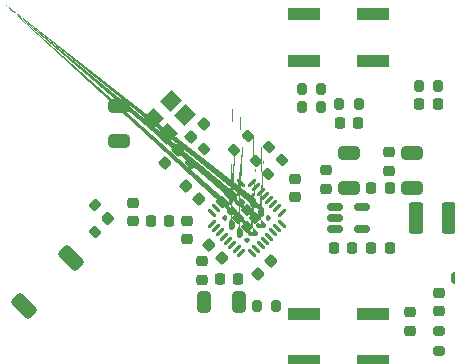
<source format=gbr>
%TF.GenerationSoftware,KiCad,Pcbnew,(6.0.9)*%
%TF.CreationDate,2023-01-31T22:53:35+08:00*%
%TF.ProjectId,ESP32C3_RF_Test,45535033-3243-4335-9f52-465f54657374,rev?*%
%TF.SameCoordinates,Original*%
%TF.FileFunction,Paste,Top*%
%TF.FilePolarity,Positive*%
%FSLAX46Y46*%
G04 Gerber Fmt 4.6, Leading zero omitted, Abs format (unit mm)*
G04 Created by KiCad (PCBNEW (6.0.9)) date 2023-01-31 22:53:35*
%MOMM*%
%LPD*%
G01*
G04 APERTURE LIST*
G04 Aperture macros list*
%AMRoundRect*
0 Rectangle with rounded corners*
0 $1 Rounding radius*
0 $2 $3 $4 $5 $6 $7 $8 $9 X,Y pos of 4 corners*
0 Add a 4 corners polygon primitive as box body*
4,1,4,$2,$3,$4,$5,$6,$7,$8,$9,$2,$3,0*
0 Add four circle primitives for the rounded corners*
1,1,$1+$1,$2,$3*
1,1,$1+$1,$4,$5*
1,1,$1+$1,$6,$7*
1,1,$1+$1,$8,$9*
0 Add four rect primitives between the rounded corners*
20,1,$1+$1,$2,$3,$4,$5,0*
20,1,$1+$1,$4,$5,$6,$7,0*
20,1,$1+$1,$6,$7,$8,$9,0*
20,1,$1+$1,$8,$9,$2,$3,0*%
%AMRotRect*
0 Rectangle, with rotation*
0 The origin of the aperture is its center*
0 $1 length*
0 $2 width*
0 $3 Rotation angle, in degrees counterclockwise*
0 Add horizontal line*
21,1,$1,$2,0,0,$3*%
%AMFreePoly0*
4,1,48,0.127555,0.216286,0.145112,0.216286,0.159315,0.205966,0.176016,0.200540,0.186336,0.186336,0.200540,0.176016,0.205966,0.159315,0.216286,0.145112,0.216286,0.127555,0.221712,0.110856,0.221712,-0.110856,0.216286,-0.127555,0.216286,-0.145112,0.205966,-0.159315,0.200540,-0.176016,0.186336,-0.186336,0.176016,-0.200540,0.159315,-0.205966,0.145112,-0.216286,0.127555,-0.216286,
0.110856,-0.221712,0.000473,-0.221713,-0.008034,-0.218949,-0.016868,-0.220346,-0.039997,-0.208562,-0.064687,-0.200540,-0.069943,-0.193304,-0.077915,-0.189243,-0.189243,-0.077915,-0.193304,-0.069943,-0.200540,-0.064687,-0.208562,-0.039997,-0.220346,-0.016868,-0.218949,-0.008034,-0.221713,0.000473,-0.221712,0.110856,-0.216286,0.127555,-0.216286,0.145112,-0.205966,0.159315,-0.200540,0.176016,
-0.186336,0.186336,-0.176016,0.200540,-0.159315,0.205966,-0.145112,0.216286,-0.127555,0.216286,-0.110856,0.221712,0.110856,0.221712,0.127555,0.216286,0.127555,0.216286,$1*%
%AMFreePoly1*
4,1,48,0.008034,0.218949,0.016868,0.220346,0.039997,0.208562,0.064687,0.200540,0.069943,0.193304,0.077915,0.189243,0.189243,0.077915,0.193304,0.069943,0.200540,0.064687,0.208562,0.039997,0.220346,0.016868,0.218949,0.008034,0.221713,-0.000473,0.221712,-0.110856,0.216286,-0.127555,0.216286,-0.145112,0.205966,-0.159315,0.200540,-0.176016,0.186336,-0.186336,0.176016,-0.200540,
0.159315,-0.205966,0.145112,-0.216286,0.127555,-0.216286,0.110856,-0.221712,-0.110856,-0.221712,-0.127555,-0.216286,-0.145112,-0.216286,-0.159315,-0.205966,-0.176016,-0.200540,-0.186336,-0.186336,-0.200540,-0.176016,-0.205966,-0.159315,-0.216286,-0.145112,-0.216286,-0.127555,-0.221712,-0.110856,-0.221712,0.110856,-0.216286,0.127555,-0.216286,0.145112,-0.205966,0.159315,-0.200540,0.176016,
-0.186336,0.186336,-0.176016,0.200540,-0.159315,0.205966,-0.145112,0.216286,-0.127555,0.216286,-0.110856,0.221712,-0.000473,0.221713,0.008034,0.218949,0.008034,0.218949,$1*%
%AMFreePoly2*
4,1,51,0.057386,0.400774,0.064862,0.401958,0.084435,0.391985,0.105327,0.385197,0.109776,0.379074,0.116521,0.375637,0.194237,0.297921,0.197672,0.291177,0.203796,0.286728,0.210584,0.265835,0.220557,0.246263,0.219373,0.238787,0.221713,0.231588,0.221713,-0.231588,0.219373,-0.238787,0.220557,-0.246263,0.210584,-0.265835,0.203796,-0.286728,0.197672,-0.291177,0.194237,-0.297921,
0.116521,-0.375637,0.109776,-0.379074,0.105327,-0.385197,0.084435,-0.391985,0.064862,-0.401958,0.057386,-0.400774,0.050188,-0.403113,-0.127901,-0.403113,-0.142032,-0.398522,-0.156891,-0.398522,-0.168912,-0.389788,-0.183042,-0.385197,-0.191776,-0.373177,-0.203796,-0.364444,-0.208387,-0.350313,-0.217121,-0.338292,-0.217121,-0.323433,-0.221712,-0.309303,-0.221712,0.309303,-0.217121,0.323433,
-0.217121,0.338292,-0.208387,0.350313,-0.203796,0.364444,-0.191776,0.373177,-0.183042,0.385197,-0.168912,0.389788,-0.156891,0.398522,-0.142032,0.398522,-0.127901,0.403113,0.050188,0.403113,0.057386,0.400774,0.057386,0.400774,$1*%
%AMFreePoly3*
4,1,51,0.323433,0.217121,0.338292,0.217121,0.350313,0.208387,0.364444,0.203796,0.373177,0.191776,0.385197,0.183042,0.389788,0.168912,0.398522,0.156891,0.398522,0.142032,0.403113,0.127901,0.403113,-0.050188,0.400774,-0.057386,0.401958,-0.064862,0.391985,-0.084434,0.385197,-0.105327,0.379073,-0.109775,0.375637,-0.116521,0.297922,-0.194236,0.291177,-0.197673,0.286728,-0.203796,
0.265836,-0.210584,0.246263,-0.220557,0.238787,-0.219373,0.231588,-0.221713,-0.231588,-0.221713,-0.238787,-0.219373,-0.246263,-0.220557,-0.265835,-0.210584,-0.286728,-0.203796,-0.291177,-0.197672,-0.297921,-0.194237,-0.375637,-0.116521,-0.379074,-0.109776,-0.385197,-0.105327,-0.391985,-0.084435,-0.401958,-0.064862,-0.400774,-0.057386,-0.403113,-0.050188,-0.403113,0.127901,-0.398522,0.142032,
-0.398522,0.156891,-0.389788,0.168912,-0.385197,0.183042,-0.373177,0.191776,-0.364444,0.203796,-0.350313,0.208387,-0.338292,0.217121,-0.323433,0.217121,-0.309303,0.221712,0.309303,0.221712,0.323433,0.217121,0.323433,0.217121,$1*%
%AMFreePoly4*
4,1,48,0.127555,0.216286,0.145112,0.216286,0.159315,0.205966,0.176016,0.200540,0.186336,0.186336,0.200540,0.176016,0.205966,0.159315,0.216286,0.145112,0.216286,0.127555,0.221712,0.110856,0.221712,-0.110856,0.216286,-0.127555,0.216286,-0.145112,0.205966,-0.159315,0.200540,-0.176016,0.186336,-0.186336,0.176016,-0.200540,0.159315,-0.205966,0.145112,-0.216286,0.127555,-0.216286,
0.110856,-0.221712,-0.110856,-0.221712,-0.127555,-0.216286,-0.145112,-0.216286,-0.159315,-0.205966,-0.176016,-0.200540,-0.186336,-0.186336,-0.200540,-0.176016,-0.205966,-0.159315,-0.216286,-0.145112,-0.216286,-0.127555,-0.221712,-0.110856,-0.221713,-0.000473,-0.218949,0.008034,-0.220346,0.016868,-0.208562,0.039997,-0.200540,0.064687,-0.193304,0.069943,-0.189243,0.077915,-0.077915,0.189243,
-0.069943,0.193304,-0.064687,0.200540,-0.039997,0.208562,-0.016868,0.220346,-0.008034,0.218949,0.000473,0.221713,0.110856,0.221712,0.127555,0.216286,0.127555,0.216286,$1*%
%AMFreePoly5*
4,1,51,0.142032,0.398522,0.156891,0.398522,0.168912,0.389788,0.183042,0.385197,0.191776,0.373177,0.203796,0.364444,0.208387,0.350313,0.217121,0.338292,0.217121,0.323433,0.221712,0.309303,0.221712,-0.309303,0.217121,-0.323433,0.217121,-0.338292,0.208387,-0.350313,0.203796,-0.364444,0.191776,-0.373177,0.183042,-0.385197,0.168912,-0.389788,0.156891,-0.398522,0.142032,-0.398522,
0.127901,-0.403113,-0.050188,-0.403113,-0.057386,-0.400774,-0.064862,-0.401958,-0.084434,-0.391985,-0.105327,-0.385197,-0.109775,-0.379073,-0.116521,-0.375637,-0.194236,-0.297922,-0.197673,-0.291177,-0.203796,-0.286728,-0.210584,-0.265836,-0.220557,-0.246263,-0.219373,-0.238787,-0.221713,-0.231588,-0.221713,0.231588,-0.219373,0.238787,-0.220557,0.246263,-0.210584,0.265836,-0.203796,0.286728,
-0.197673,0.291177,-0.194236,0.297922,-0.116521,0.375637,-0.109775,0.379073,-0.105327,0.385197,-0.084434,0.391985,-0.064862,0.401958,-0.057386,0.400774,-0.050188,0.403113,0.127901,0.403113,0.142032,0.398522,0.142032,0.398522,$1*%
%AMFreePoly6*
4,1,48,0.127555,0.216286,0.145112,0.216286,0.159315,0.205966,0.176016,0.200540,0.186336,0.186336,0.200540,0.176016,0.205966,0.159315,0.216286,0.145112,0.216286,0.127555,0.221712,0.110856,0.221713,0.000473,0.218949,-0.008034,0.220346,-0.016868,0.208562,-0.039997,0.200540,-0.064687,0.193304,-0.069943,0.189243,-0.077915,0.077915,-0.189243,0.069943,-0.193304,0.064687,-0.200540,
0.039997,-0.208562,0.016868,-0.220346,0.008034,-0.218949,-0.000473,-0.221713,-0.110856,-0.221712,-0.127555,-0.216286,-0.145112,-0.216286,-0.159315,-0.205966,-0.176016,-0.200540,-0.186336,-0.186336,-0.200540,-0.176016,-0.205966,-0.159315,-0.216286,-0.145112,-0.216286,-0.127555,-0.221712,-0.110856,-0.221712,0.110856,-0.216286,0.127555,-0.216286,0.145112,-0.205966,0.159315,-0.200540,0.176016,
-0.186336,0.186336,-0.176016,0.200540,-0.159315,0.205966,-0.145112,0.216286,-0.127555,0.216286,-0.110856,0.221712,0.110856,0.221712,0.127555,0.216286,0.127555,0.216286,$1*%
%AMFreePoly7*
4,1,51,0.238787,0.219373,0.246263,0.220557,0.265836,0.210584,0.286728,0.203796,0.291177,0.197673,0.297922,0.194236,0.375637,0.116521,0.379073,0.109775,0.385197,0.105327,0.391985,0.084434,0.401958,0.064862,0.400774,0.057386,0.403113,0.050188,0.403113,-0.127901,0.398522,-0.142032,0.398522,-0.156891,0.389788,-0.168912,0.385197,-0.183042,0.373177,-0.191776,0.364444,-0.203796,
0.350313,-0.208387,0.338292,-0.217121,0.323433,-0.217121,0.309303,-0.221712,-0.309303,-0.221712,-0.323433,-0.217121,-0.338292,-0.217121,-0.350313,-0.208387,-0.364444,-0.203796,-0.373177,-0.191776,-0.385197,-0.183042,-0.389788,-0.168912,-0.398522,-0.156891,-0.398522,-0.142032,-0.403113,-0.127901,-0.403113,0.050188,-0.400774,0.057386,-0.401958,0.064862,-0.391985,0.084435,-0.385197,0.105327,
-0.379074,0.109776,-0.375637,0.116521,-0.297921,0.194237,-0.291177,0.197672,-0.286728,0.203796,-0.265835,0.210584,-0.246263,0.220557,-0.238787,0.219373,-0.231588,0.221713,0.231588,0.221713,0.238787,0.219373,0.238787,0.219373,$1*%
G04 Aperture macros list end*
%ADD10RoundRect,0.150000X-0.512500X-0.150000X0.512500X-0.150000X0.512500X0.150000X-0.512500X0.150000X0*%
%ADD11RoundRect,0.200000X0.053033X-0.335876X0.335876X-0.053033X-0.053033X0.335876X-0.335876X0.053033X0*%
%ADD12RoundRect,0.218750X0.218750X0.256250X-0.218750X0.256250X-0.218750X-0.256250X0.218750X-0.256250X0*%
%ADD13R,1.450000X0.600000*%
%ADD14R,1.450000X0.300000*%
%ADD15RoundRect,0.218750X-0.218750X-0.256250X0.218750X-0.256250X0.218750X0.256250X-0.218750X0.256250X0*%
%ADD16RoundRect,0.200000X-0.200000X-0.275000X0.200000X-0.275000X0.200000X0.275000X-0.200000X0.275000X0*%
%ADD17RoundRect,0.250000X-0.375000X-1.075000X0.375000X-1.075000X0.375000X1.075000X-0.375000X1.075000X0*%
%ADD18R,2.800000X1.000000*%
%ADD19RoundRect,0.225000X0.225000X0.250000X-0.225000X0.250000X-0.225000X-0.250000X0.225000X-0.250000X0*%
%ADD20RoundRect,0.225000X0.250000X-0.225000X0.250000X0.225000X-0.250000X0.225000X-0.250000X-0.225000X0*%
%ADD21RoundRect,0.200000X-0.335876X-0.053033X-0.053033X-0.335876X0.335876X0.053033X0.053033X0.335876X0*%
%ADD22RoundRect,0.225000X-0.335876X-0.017678X-0.017678X-0.335876X0.335876X0.017678X0.017678X0.335876X0*%
%ADD23RoundRect,0.225000X-0.017678X0.335876X-0.335876X0.017678X0.017678X-0.335876X0.335876X-0.017678X0*%
%ADD24RotRect,1.400000X1.200000X45.000000*%
%ADD25RoundRect,0.218750X0.256250X-0.218750X0.256250X0.218750X-0.256250X0.218750X-0.256250X-0.218750X0*%
%ADD26RoundRect,0.250000X0.650000X-0.325000X0.650000X0.325000X-0.650000X0.325000X-0.650000X-0.325000X0*%
%ADD27RoundRect,0.225000X-0.250000X0.225000X-0.250000X-0.225000X0.250000X-0.225000X0.250000X0.225000X0*%
%ADD28FreePoly0,45.000000*%
%ADD29RoundRect,0.201557X0.000000X-0.285043X0.285043X0.000000X0.000000X0.285043X-0.285043X0.000000X0*%
%ADD30FreePoly1,45.000000*%
%ADD31FreePoly2,45.000000*%
%ADD32FreePoly3,45.000000*%
%ADD33FreePoly4,45.000000*%
%ADD34FreePoly5,45.000000*%
%ADD35FreePoly6,45.000000*%
%ADD36FreePoly7,45.000000*%
%ADD37RoundRect,0.062500X-0.220971X-0.309359X0.309359X0.220971X0.220971X0.309359X-0.309359X-0.220971X0*%
%ADD38RoundRect,0.062500X0.220971X-0.309359X0.309359X-0.220971X-0.220971X0.309359X-0.309359X0.220971X0*%
%ADD39RoundRect,0.250000X0.353553X-0.848528X0.848528X-0.353553X-0.353553X0.848528X-0.848528X0.353553X0*%
%ADD40RoundRect,0.200000X-0.275000X0.200000X-0.275000X-0.200000X0.275000X-0.200000X0.275000X0.200000X0*%
%ADD41RoundRect,0.225000X0.017678X-0.335876X0.335876X-0.017678X-0.017678X0.335876X-0.335876X0.017678X0*%
%ADD42RoundRect,0.225000X0.335876X0.017678X0.017678X0.335876X-0.335876X-0.017678X-0.017678X-0.335876X0*%
%ADD43RoundRect,0.225000X-0.225000X-0.250000X0.225000X-0.250000X0.225000X0.250000X-0.225000X0.250000X0*%
%ADD44RoundRect,0.250000X0.325000X0.650000X-0.325000X0.650000X-0.325000X-0.650000X0.325000X-0.650000X0*%
G04 APERTURE END LIST*
D10*
%TO.C,U2*%
X130561500Y-76532000D03*
X130561500Y-77482000D03*
X130561500Y-78432000D03*
X132836500Y-78432000D03*
X132836500Y-76532000D03*
%TD*%
D11*
%TO.C,R5*%
X110160637Y-78688363D03*
X111327363Y-77521637D03*
%TD*%
D12*
%TO.C,L3*%
X135153500Y-74979000D03*
X133578500Y-74979000D03*
%TD*%
D13*
%TO.C,J3*%
X143275000Y-78180000D03*
X143275000Y-77380000D03*
D14*
X143275000Y-76180000D03*
X143275000Y-75180000D03*
X143275000Y-74680000D03*
X143275000Y-73680000D03*
D13*
X143275000Y-72480000D03*
X143275000Y-71680000D03*
X143275000Y-71680000D03*
X143275000Y-72480000D03*
D14*
X143275000Y-73180000D03*
X143275000Y-74180000D03*
X143275000Y-75680000D03*
X143275000Y-76680000D03*
D13*
X143275000Y-77380000D03*
X143275000Y-78180000D03*
%TD*%
D15*
%TO.C,L2*%
X114909500Y-77724000D03*
X116484500Y-77724000D03*
%TD*%
D16*
%TO.C,R2*%
X142050000Y-81026000D03*
X143700000Y-81026000D03*
%TD*%
D17*
%TO.C,F1*%
X137411000Y-77470000D03*
X140211000Y-77470000D03*
%TD*%
D11*
%TO.C,R8*%
X118288637Y-72846363D03*
X119455363Y-71679637D03*
%TD*%
D18*
%TO.C,SW1*%
X127910000Y-89630000D03*
X133710000Y-89630000D03*
X133710000Y-85630000D03*
X127910000Y-85630000D03*
%TD*%
D11*
%TO.C,R7*%
X124872957Y-73769043D03*
X126039683Y-72602317D03*
%TD*%
D16*
%TO.C,R3*%
X140780000Y-82550000D03*
X142430000Y-82550000D03*
%TD*%
D19*
%TO.C,C19*%
X132474000Y-69469000D03*
X130924000Y-69469000D03*
%TD*%
D20*
%TO.C,C13*%
X135128000Y-73468000D03*
X135128000Y-71918000D03*
%TD*%
D21*
%TO.C,R1*%
X110160637Y-76378637D03*
X111327363Y-77545363D03*
%TD*%
D22*
%TO.C,C7*%
X119828312Y-79749672D03*
X120924328Y-80845688D03*
%TD*%
D19*
%TO.C,C16*%
X131966000Y-80022000D03*
X130416000Y-80022000D03*
%TD*%
D23*
%TO.C,C10*%
X117261008Y-71714992D03*
X116164992Y-72811008D03*
%TD*%
D24*
%TO.C,Y1*%
X116282223Y-70339858D03*
X117837858Y-68784223D03*
X116635777Y-67582142D03*
X115080142Y-69137777D03*
%TD*%
D20*
%TO.C,C8*%
X113411000Y-77737000D03*
X113411000Y-76187000D03*
%TD*%
D25*
%TO.C,D1*%
X139319000Y-85369500D03*
X139319000Y-83794500D03*
%TD*%
D16*
%TO.C,R11*%
X130874000Y-67818000D03*
X132524000Y-67818000D03*
%TD*%
D26*
%TO.C,C15*%
X131699000Y-74930000D03*
X131699000Y-71980000D03*
%TD*%
D27*
%TO.C,C9*%
X117983000Y-77711000D03*
X117983000Y-79261000D03*
%TD*%
D25*
%TO.C,L1*%
X119253000Y-82702500D03*
X119253000Y-81127500D03*
%TD*%
D28*
%TO.C,U1*%
X123029320Y-75700558D03*
D29*
X123736427Y-77503680D03*
D30*
X123029320Y-79306802D03*
D31*
X121774205Y-78051688D03*
D32*
X122481312Y-76248565D03*
D33*
X124832442Y-77503680D03*
D29*
X123029320Y-78210787D03*
D32*
X121774205Y-76955672D03*
D29*
X123029320Y-76796573D03*
X122322213Y-77503680D03*
D34*
X124284435Y-76955672D03*
D35*
X121226198Y-77503680D03*
D36*
X123577328Y-78758795D03*
D31*
X122481312Y-78758795D03*
D34*
X123577328Y-76248565D03*
D36*
X124284435Y-78051688D03*
D37*
X120068310Y-77989816D03*
X120421864Y-78343369D03*
X120775417Y-78696923D03*
X121128971Y-79050476D03*
X121482524Y-79404029D03*
X121836077Y-79757583D03*
X122189631Y-80111136D03*
X122543184Y-80464690D03*
D38*
X123515456Y-80464690D03*
X123869009Y-80111136D03*
X124222563Y-79757583D03*
X124576116Y-79404029D03*
X124929669Y-79050476D03*
X125283223Y-78696923D03*
X125636776Y-78343369D03*
X125990330Y-77989816D03*
D37*
X125990330Y-77017544D03*
X125636776Y-76663991D03*
X125283223Y-76310437D03*
X124929669Y-75956884D03*
X124576116Y-75603331D03*
X124222563Y-75249777D03*
X123869009Y-74896224D03*
X123515456Y-74542670D03*
D38*
X122543184Y-74542670D03*
X122189631Y-74896224D03*
X121836077Y-75249777D03*
X121482524Y-75603331D03*
X121128971Y-75956884D03*
X120775417Y-76310437D03*
X120421864Y-76663991D03*
X120068310Y-77017544D03*
%TD*%
D19*
%TO.C,C17*%
X135141000Y-80010000D03*
X133591000Y-80010000D03*
%TD*%
D39*
%TO.C,AE2*%
X104173492Y-84929508D03*
X108204000Y-80899000D03*
%TD*%
D40*
%TO.C,R10*%
X139319000Y-87059000D03*
X139319000Y-88709000D03*
%TD*%
D11*
%TO.C,R6*%
X123805320Y-72677680D03*
X124972046Y-71510954D03*
%TD*%
D18*
%TO.C,SW2*%
X127910000Y-60230000D03*
X133710000Y-60230000D03*
X133710000Y-64230000D03*
X127910000Y-64230000D03*
%TD*%
D16*
%TO.C,R14*%
X127699000Y-68072000D03*
X129349000Y-68072000D03*
%TD*%
D20*
%TO.C,C18*%
X136906000Y-87008000D03*
X136906000Y-85458000D03*
%TD*%
D26*
%TO.C,C1*%
X112268000Y-70944000D03*
X112268000Y-67994000D03*
%TD*%
D16*
%TO.C,R12*%
X137605000Y-66294000D03*
X139255000Y-66294000D03*
%TD*%
D41*
%TO.C,C11*%
X118323992Y-70652008D03*
X119420008Y-69555992D03*
%TD*%
D20*
%TO.C,C2*%
X127127000Y-75705000D03*
X127127000Y-74155000D03*
%TD*%
D16*
%TO.C,R9*%
X123889000Y-84963000D03*
X125539000Y-84963000D03*
%TD*%
D20*
%TO.C,C14*%
X129794000Y-74992000D03*
X129794000Y-73442000D03*
%TD*%
D26*
%TO.C,C12*%
X137033000Y-74930000D03*
X137033000Y-71980000D03*
%TD*%
D42*
%TO.C,C4*%
X119039008Y-75859008D03*
X117942992Y-74762992D03*
%TD*%
D43*
%TO.C,C20*%
X137655000Y-67818000D03*
X139205000Y-67818000D03*
%TD*%
D16*
%TO.C,R13*%
X127699000Y-66548000D03*
X129349000Y-66548000D03*
%TD*%
D44*
%TO.C,C5*%
X122379000Y-84582000D03*
X119429000Y-84582000D03*
%TD*%
D23*
%TO.C,C3*%
X125135008Y-81112992D03*
X124038992Y-82209008D03*
%TD*%
D43*
%TO.C,C6*%
X120764000Y-82677000D03*
X122314000Y-82677000D03*
%TD*%
D11*
%TO.C,R4*%
X121951957Y-71737043D03*
X123118683Y-70570317D03*
%TD*%
M02*

</source>
